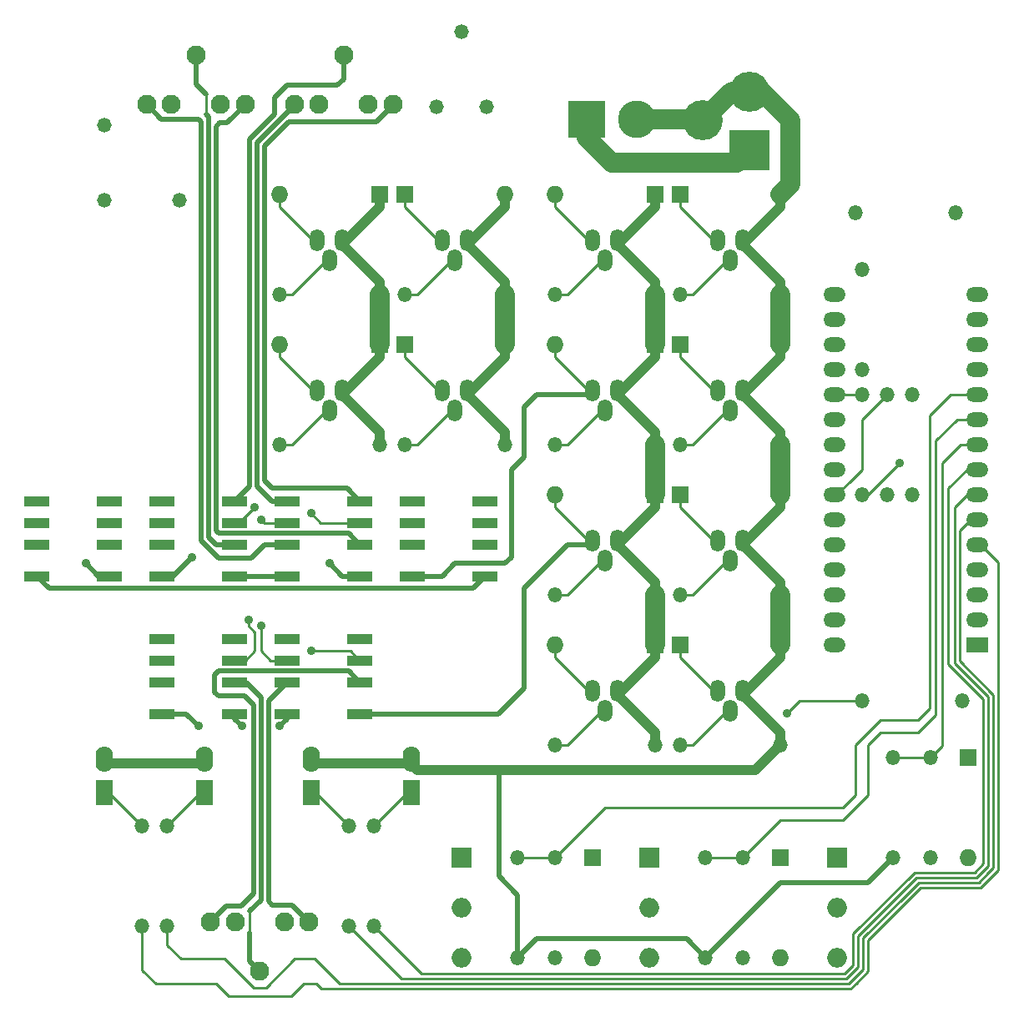
<source format=gtl>
G04 (created by PCBNEW (2013-07-07 BZR 4022)-stable) date Mon 16 Nov 2020 10:05:41 PM CST*
%MOIN*%
G04 Gerber Fmt 3.4, Leading zero omitted, Abs format*
%FSLAX34Y34*%
G01*
G70*
G90*
G04 APERTURE LIST*
%ADD10C,0.00590551*%
%ADD11R,0.069X0.069*%
%ADD12O,0.069X0.069*%
%ADD13O,0.059X0.0885*%
%ADD14C,0.0767717*%
%ADD15O,0.059X0.059*%
%ADD16R,0.069X0.1035*%
%ADD17O,0.069X0.1035*%
%ADD18R,0.0885X0.059*%
%ADD19O,0.0885X0.059*%
%ADD20R,0.0787402X0.0787402*%
%ADD21O,0.0787402X0.0787402*%
%ADD22R,0.16X0.16*%
%ADD23C,0.16*%
%ADD24R,0.15X0.15*%
%ADD25C,0.15*%
%ADD26R,0.0984252X0.0393701*%
%ADD27O,0.058X0.058*%
%ADD28C,0.035*%
%ADD29C,0.01*%
%ADD30C,0.08*%
%ADD31C,0.04*%
%ADD32C,0.02*%
G04 APERTURE END LIST*
G54D10*
G54D11*
X58000Y-92500D03*
G54D12*
X58000Y-96500D03*
G54D13*
X45500Y-67852D03*
X45000Y-68647D03*
X44500Y-67852D03*
X56500Y-85852D03*
X56000Y-86647D03*
X55500Y-85852D03*
X56500Y-73852D03*
X56000Y-74647D03*
X55500Y-73852D03*
X56500Y-79852D03*
X56000Y-80647D03*
X55500Y-79852D03*
X56500Y-67852D03*
X56000Y-68647D03*
X55500Y-67852D03*
X45500Y-73852D03*
X45000Y-74647D03*
X44500Y-73852D03*
G54D14*
X37204Y-97047D03*
X36220Y-95078D03*
X38188Y-95078D03*
X35236Y-95078D03*
X39173Y-95078D03*
G54D15*
X54000Y-76000D03*
X58000Y-76000D03*
X42000Y-70000D03*
X38000Y-70000D03*
X53000Y-76000D03*
X49000Y-76000D03*
X53000Y-82000D03*
X49000Y-82000D03*
X43000Y-70000D03*
X47000Y-70000D03*
X43000Y-76000D03*
X47000Y-76000D03*
X54000Y-82000D03*
X58000Y-82000D03*
X53000Y-88000D03*
X49000Y-88000D03*
X54000Y-88000D03*
X58000Y-88000D03*
X53000Y-70000D03*
X49000Y-70000D03*
X54000Y-70000D03*
X58000Y-70000D03*
X42000Y-76000D03*
X38000Y-76000D03*
X49000Y-96500D03*
X49000Y-92500D03*
X56500Y-96500D03*
X56500Y-92500D03*
X64000Y-92500D03*
X64000Y-88500D03*
X40750Y-95250D03*
X40750Y-91250D03*
X41750Y-95250D03*
X41750Y-91250D03*
X33500Y-95250D03*
X33500Y-91250D03*
X32500Y-95250D03*
X32500Y-91250D03*
G54D16*
X35000Y-89922D03*
G54D17*
X35000Y-88577D03*
G54D16*
X39250Y-89922D03*
G54D17*
X39250Y-88577D03*
G54D16*
X43250Y-89922D03*
G54D17*
X43250Y-88577D03*
G54D16*
X31000Y-89922D03*
G54D17*
X31000Y-88577D03*
G54D11*
X65500Y-88500D03*
G54D12*
X65500Y-92500D03*
G54D11*
X50500Y-92500D03*
G54D12*
X50500Y-96500D03*
G54D11*
X42000Y-72000D03*
G54D12*
X38000Y-72000D03*
G54D11*
X43000Y-72000D03*
G54D12*
X47000Y-72000D03*
G54D11*
X54000Y-66000D03*
G54D12*
X58000Y-66000D03*
G54D11*
X53000Y-66000D03*
G54D12*
X49000Y-66000D03*
G54D11*
X43000Y-66000D03*
G54D12*
X47000Y-66000D03*
G54D11*
X42000Y-66000D03*
G54D12*
X38000Y-66000D03*
G54D11*
X53000Y-84000D03*
G54D12*
X49000Y-84000D03*
G54D11*
X54000Y-84000D03*
G54D12*
X58000Y-84000D03*
G54D11*
X54000Y-72000D03*
G54D12*
X58000Y-72000D03*
G54D11*
X53000Y-72000D03*
G54D12*
X49000Y-72000D03*
G54D11*
X53000Y-78000D03*
G54D12*
X49000Y-78000D03*
G54D11*
X54000Y-78000D03*
G54D12*
X58000Y-78000D03*
G54D18*
X65852Y-84000D03*
G54D19*
X65852Y-83000D03*
X65852Y-82000D03*
X65852Y-81000D03*
X60147Y-79000D03*
X60147Y-80000D03*
X60147Y-81000D03*
X65852Y-80000D03*
X65852Y-79000D03*
X65852Y-78000D03*
X60147Y-78000D03*
X60147Y-77000D03*
X60147Y-76000D03*
X65852Y-77000D03*
X65852Y-76000D03*
X65852Y-75000D03*
X65852Y-74000D03*
X65852Y-73000D03*
X65852Y-72000D03*
X65852Y-71000D03*
X60147Y-75000D03*
X60147Y-74000D03*
X60147Y-73000D03*
X60147Y-72000D03*
X60147Y-71000D03*
X60147Y-70000D03*
X65852Y-70000D03*
X60147Y-82000D03*
X60147Y-83000D03*
X60147Y-84000D03*
G54D20*
X60250Y-92500D03*
G54D21*
X60250Y-94500D03*
X60250Y-96500D03*
G54D20*
X52750Y-92500D03*
G54D21*
X52750Y-94500D03*
X52750Y-96500D03*
G54D20*
X45250Y-92500D03*
G54D21*
X45250Y-94500D03*
X45250Y-96500D03*
G54D22*
X56750Y-64250D03*
G54D23*
X56750Y-61900D03*
X54900Y-63050D03*
G54D24*
X50250Y-63000D03*
G54D25*
X52250Y-63000D03*
G54D15*
X47500Y-92500D03*
X47500Y-96500D03*
X55000Y-92500D03*
X55000Y-96500D03*
X62500Y-88500D03*
X62500Y-92500D03*
G54D26*
X33293Y-85500D03*
X33293Y-84633D03*
X33293Y-83767D03*
X33293Y-86759D03*
X36206Y-85500D03*
X36206Y-84633D03*
X36206Y-83767D03*
X36206Y-86759D03*
X38293Y-85500D03*
X38293Y-84633D03*
X38293Y-83767D03*
X38293Y-86759D03*
X41206Y-85500D03*
X41206Y-84633D03*
X41206Y-83767D03*
X41206Y-86759D03*
X43293Y-80000D03*
X43293Y-79133D03*
X43293Y-78267D03*
X43293Y-81259D03*
X46206Y-80000D03*
X46206Y-79133D03*
X46206Y-78267D03*
X46206Y-81259D03*
X38293Y-80000D03*
X38293Y-79133D03*
X38293Y-78267D03*
X38293Y-81259D03*
X41206Y-80000D03*
X41206Y-79133D03*
X41206Y-78267D03*
X41206Y-81259D03*
X33293Y-80000D03*
X33293Y-79133D03*
X33293Y-78267D03*
X33293Y-81259D03*
X36206Y-80000D03*
X36206Y-79133D03*
X36206Y-78267D03*
X36206Y-81259D03*
X28293Y-80000D03*
X28293Y-79133D03*
X28293Y-78267D03*
X28293Y-81259D03*
X31206Y-80000D03*
X31206Y-79133D03*
X31206Y-78267D03*
X31206Y-81259D03*
G54D14*
X34645Y-60433D03*
X35629Y-62401D03*
X33661Y-62401D03*
X36614Y-62401D03*
X32677Y-62401D03*
X40551Y-60433D03*
X41535Y-62401D03*
X39566Y-62401D03*
X42519Y-62401D03*
X38582Y-62401D03*
G54D27*
X45250Y-59500D03*
X46250Y-62500D03*
X44250Y-62500D03*
X31000Y-66250D03*
X34000Y-66250D03*
X31000Y-63250D03*
G54D15*
X61250Y-69000D03*
X61250Y-73000D03*
X61000Y-66750D03*
X65000Y-66750D03*
X62250Y-74000D03*
X62250Y-78000D03*
X63250Y-78000D03*
X63250Y-74000D03*
X61250Y-74000D03*
X61250Y-78000D03*
G54D13*
X40500Y-67852D03*
X40000Y-68647D03*
X39500Y-67852D03*
X51500Y-67852D03*
X51000Y-68647D03*
X50500Y-67852D03*
X40500Y-73852D03*
X40000Y-74647D03*
X39500Y-73852D03*
X51500Y-73852D03*
X51000Y-74647D03*
X50500Y-73852D03*
X51500Y-79852D03*
X51000Y-80647D03*
X50500Y-79852D03*
X51500Y-85852D03*
X51000Y-86647D03*
X50500Y-85852D03*
G54D15*
X61250Y-86250D03*
X65250Y-86250D03*
G54D28*
X38000Y-87250D03*
X36500Y-87250D03*
X30250Y-80750D03*
X40000Y-80750D03*
X34750Y-87250D03*
X34500Y-80500D03*
X58250Y-86750D03*
X62750Y-76750D03*
X39250Y-84250D03*
X39250Y-78750D03*
X37000Y-78500D03*
X36750Y-83000D03*
X37250Y-83250D03*
X37250Y-79000D03*
G54D29*
X66700Y-92600D02*
X66700Y-80700D01*
X66700Y-92998D02*
X66700Y-92600D01*
X65400Y-93700D02*
X65998Y-93700D01*
X63598Y-93700D02*
X65400Y-93700D01*
X61500Y-96750D02*
X61500Y-95798D01*
X61500Y-97048D02*
X61500Y-96750D01*
X45350Y-97750D02*
X60798Y-97750D01*
X39450Y-97550D02*
X39650Y-97750D01*
X39650Y-97750D02*
X45350Y-97750D01*
X35950Y-98050D02*
X38200Y-98050D01*
X38200Y-98050D02*
X38450Y-98050D01*
X38450Y-98050D02*
X38950Y-97550D01*
X32500Y-95250D02*
X32500Y-97000D01*
X35450Y-97550D02*
X35850Y-97950D01*
X33050Y-97550D02*
X35450Y-97550D01*
X32500Y-97000D02*
X33050Y-97550D01*
X35850Y-97950D02*
X35950Y-98050D01*
X38950Y-97550D02*
X39450Y-97550D01*
X60798Y-97750D02*
X61024Y-97524D01*
X61024Y-97524D02*
X61500Y-97048D01*
X61500Y-95798D02*
X62799Y-94499D01*
X62799Y-94499D02*
X63598Y-93700D01*
X65998Y-93700D02*
X66249Y-93449D01*
X66249Y-93449D02*
X66700Y-92998D01*
X66700Y-80700D02*
X66000Y-80000D01*
X66500Y-92500D02*
X66500Y-86000D01*
X66500Y-92915D02*
X66500Y-92500D01*
X65550Y-93500D02*
X65915Y-93500D01*
X63515Y-93500D02*
X65550Y-93500D01*
X61300Y-96600D02*
X61300Y-95715D01*
X61300Y-96965D02*
X61300Y-96600D01*
X45450Y-97550D02*
X60715Y-97550D01*
X39400Y-96550D02*
X40400Y-97550D01*
X40400Y-97550D02*
X45450Y-97550D01*
X33500Y-95250D02*
X33500Y-96000D01*
X38600Y-96550D02*
X39150Y-96550D01*
X37450Y-97700D02*
X38600Y-96550D01*
X36950Y-97700D02*
X37450Y-97700D01*
X35800Y-96550D02*
X36950Y-97700D01*
X34050Y-96550D02*
X35800Y-96550D01*
X33500Y-96000D02*
X34050Y-96550D01*
X39150Y-96550D02*
X39400Y-96550D01*
X60715Y-97550D02*
X60957Y-97307D01*
X60957Y-97307D02*
X61300Y-96965D01*
X61300Y-95715D02*
X62982Y-94032D01*
X62982Y-94032D02*
X63515Y-93500D01*
X65915Y-93500D02*
X66307Y-93107D01*
X66307Y-93107D02*
X66500Y-92915D01*
X65600Y-79000D02*
X66000Y-79000D01*
X65150Y-79450D02*
X65600Y-79000D01*
X65150Y-84650D02*
X65150Y-79450D01*
X66500Y-86000D02*
X65150Y-84650D01*
X64949Y-79850D02*
X64949Y-78500D01*
X65133Y-84916D02*
X64949Y-84732D01*
X66300Y-86250D02*
X66300Y-86082D01*
X66300Y-86082D02*
X65158Y-84941D01*
X65158Y-84941D02*
X65133Y-84916D01*
X61100Y-96550D02*
X61100Y-95632D01*
X61100Y-96882D02*
X61100Y-96550D01*
X45450Y-97350D02*
X60632Y-97350D01*
X42850Y-97350D02*
X45450Y-97350D01*
X40750Y-95250D02*
X42850Y-97350D01*
X60632Y-97350D02*
X60966Y-97016D01*
X60966Y-97016D02*
X61100Y-96882D01*
X66300Y-92832D02*
X66300Y-92400D01*
X65832Y-93300D02*
X66300Y-92832D01*
X63432Y-93300D02*
X65832Y-93300D01*
X61100Y-95632D02*
X63432Y-93300D01*
X66300Y-92400D02*
X66300Y-86250D01*
X64949Y-84732D02*
X64949Y-84350D01*
X64949Y-79850D02*
X64949Y-84350D01*
X65450Y-78000D02*
X66000Y-78000D01*
X64949Y-78500D02*
X65450Y-78000D01*
X64700Y-80850D02*
X64700Y-77750D01*
X64700Y-84765D02*
X64700Y-80850D01*
X66100Y-92400D02*
X66100Y-86300D01*
X60900Y-95550D02*
X63350Y-93100D01*
X63350Y-93100D02*
X65750Y-93100D01*
X65750Y-93100D02*
X66100Y-92750D01*
X66100Y-92750D02*
X66100Y-92400D01*
X45450Y-97150D02*
X60550Y-97150D01*
X43650Y-97150D02*
X45450Y-97150D01*
X41750Y-95250D02*
X43650Y-97150D01*
X60900Y-96800D02*
X60900Y-96450D01*
X60550Y-97150D02*
X60900Y-96800D01*
X60900Y-96450D02*
X60900Y-95550D01*
X66100Y-86165D02*
X65067Y-85132D01*
X66100Y-86300D02*
X66100Y-86165D01*
X65067Y-85132D02*
X64700Y-84765D01*
X65450Y-77000D02*
X66000Y-77000D01*
X64700Y-77750D02*
X65450Y-77000D01*
G54D30*
X42000Y-72000D02*
X42000Y-70000D01*
X53000Y-72000D02*
X53000Y-70000D01*
X53000Y-78000D02*
X53000Y-76000D01*
X53000Y-82000D02*
X53000Y-84000D01*
G54D31*
X40500Y-74000D02*
X42000Y-72500D01*
X42000Y-72500D02*
X42000Y-72000D01*
X40500Y-68000D02*
X42000Y-66500D01*
X42000Y-66500D02*
X42000Y-66000D01*
X51500Y-68000D02*
X53000Y-66500D01*
X53000Y-66500D02*
X53000Y-66000D01*
X53000Y-72000D02*
X53000Y-72500D01*
X53000Y-72500D02*
X51500Y-74000D01*
X51500Y-80000D02*
X53000Y-78500D01*
X53000Y-78500D02*
X53000Y-78000D01*
X51500Y-86000D02*
X53000Y-84500D01*
X53000Y-84500D02*
X53000Y-84000D01*
X42000Y-76000D02*
X42000Y-75500D01*
X42000Y-75500D02*
X40500Y-74000D01*
X42000Y-70000D02*
X42000Y-69500D01*
X42000Y-69500D02*
X40500Y-68000D01*
X53000Y-70000D02*
X53000Y-69500D01*
X53000Y-69500D02*
X51500Y-68000D01*
X53000Y-76000D02*
X53000Y-75500D01*
X53000Y-75500D02*
X51500Y-74000D01*
X53000Y-82000D02*
X53000Y-81500D01*
X53000Y-81500D02*
X51500Y-80000D01*
X53000Y-88000D02*
X53000Y-87500D01*
X53000Y-87500D02*
X51500Y-86000D01*
X50250Y-63000D02*
X50250Y-63750D01*
X56250Y-64750D02*
X56750Y-64250D01*
G54D30*
X51250Y-64750D02*
X56250Y-64750D01*
X50250Y-63750D02*
X51250Y-64750D01*
G54D32*
X55000Y-96500D02*
X58000Y-93500D01*
X61500Y-93500D02*
X62500Y-92500D01*
X58000Y-93500D02*
X61500Y-93500D01*
X47500Y-96500D02*
X48250Y-95750D01*
X54250Y-95750D02*
X55000Y-96500D01*
X53750Y-95750D02*
X54250Y-95750D01*
X48250Y-95750D02*
X53750Y-95750D01*
X47500Y-96500D02*
X47500Y-94000D01*
X46750Y-93250D02*
X46750Y-89000D01*
X47500Y-94000D02*
X46750Y-93250D01*
G54D31*
X58000Y-88000D02*
X57000Y-89000D01*
X57000Y-89000D02*
X46750Y-89000D01*
X46750Y-89000D02*
X43500Y-89000D01*
X43500Y-89000D02*
X43250Y-88750D01*
G54D30*
X56750Y-61900D02*
X57250Y-61900D01*
X58400Y-65600D02*
X58000Y-66000D01*
X58400Y-63050D02*
X58400Y-65600D01*
X57250Y-61900D02*
X58400Y-63050D01*
G54D31*
X43250Y-88750D02*
X39250Y-88750D01*
X31000Y-88750D02*
X35000Y-88750D01*
G54D30*
X47000Y-72000D02*
X47000Y-70000D01*
X58000Y-72000D02*
X58000Y-70000D01*
X58000Y-78000D02*
X58000Y-76000D01*
X58000Y-82000D02*
X58000Y-84000D01*
G54D31*
X45500Y-74000D02*
X47000Y-72500D01*
X47000Y-72500D02*
X47000Y-72000D01*
X45500Y-68000D02*
X47000Y-66500D01*
X47000Y-66500D02*
X47000Y-66000D01*
X56500Y-68000D02*
X58000Y-66500D01*
X58000Y-66500D02*
X58000Y-66000D01*
X56500Y-74000D02*
X58000Y-72500D01*
X58000Y-72500D02*
X58000Y-72000D01*
X56500Y-80000D02*
X58000Y-78500D01*
X58000Y-78500D02*
X58000Y-78000D01*
X56500Y-86000D02*
X58000Y-84500D01*
X58000Y-84500D02*
X58000Y-84000D01*
X47000Y-76000D02*
X47000Y-75500D01*
X47000Y-75500D02*
X45500Y-74000D01*
X47000Y-70000D02*
X47000Y-69500D01*
X47000Y-69500D02*
X45500Y-68000D01*
X58000Y-70000D02*
X58000Y-69500D01*
X58000Y-69500D02*
X56500Y-68000D01*
X58000Y-76000D02*
X58000Y-75500D01*
X58000Y-75500D02*
X56500Y-74000D01*
X58000Y-82000D02*
X58000Y-81500D01*
X58000Y-81500D02*
X56500Y-80000D01*
X58000Y-88000D02*
X58000Y-87500D01*
X58000Y-87500D02*
X56500Y-86000D01*
G54D30*
X54900Y-63050D02*
X56050Y-61900D01*
G54D31*
X56050Y-61900D02*
X56750Y-61900D01*
G54D30*
X52250Y-63000D02*
X54850Y-63000D01*
X54850Y-63000D02*
X54900Y-63050D01*
G54D32*
X36206Y-86759D02*
X36206Y-86956D01*
X38293Y-86956D02*
X38293Y-86759D01*
X38000Y-87250D02*
X38293Y-86956D01*
X36206Y-86956D02*
X36500Y-87250D01*
X28293Y-81259D02*
X28783Y-81750D01*
X45716Y-81750D02*
X46206Y-81259D01*
X28783Y-81750D02*
X45716Y-81750D01*
G54D29*
X40750Y-91250D02*
X39250Y-89750D01*
X33500Y-91250D02*
X35000Y-89750D01*
X32500Y-91250D02*
X31000Y-89750D01*
X41750Y-91250D02*
X43250Y-89750D01*
G54D32*
X42519Y-62401D02*
X42519Y-62430D01*
X40688Y-77750D02*
X41206Y-78267D01*
X37700Y-77750D02*
X40688Y-77750D01*
X37400Y-77450D02*
X37700Y-77750D01*
X37400Y-64062D02*
X37400Y-77450D01*
X38362Y-63100D02*
X37400Y-64062D01*
X41850Y-63100D02*
X38362Y-63100D01*
X42519Y-62430D02*
X41850Y-63100D01*
X36206Y-78267D02*
X36800Y-77674D01*
X40551Y-61398D02*
X40551Y-60433D01*
X40300Y-61650D02*
X40551Y-61398D01*
X38300Y-61650D02*
X40300Y-61650D01*
X37800Y-62150D02*
X38300Y-61650D01*
X37800Y-62813D02*
X37800Y-62150D01*
X36800Y-63813D02*
X37800Y-62813D01*
X36800Y-77674D02*
X36800Y-63813D01*
G54D29*
X64000Y-88500D02*
X62500Y-88500D01*
X64450Y-84350D02*
X64450Y-76750D01*
X64450Y-88050D02*
X64450Y-84350D01*
X64000Y-88500D02*
X64450Y-88050D01*
X65200Y-76000D02*
X66000Y-76000D01*
X64450Y-76750D02*
X65200Y-76000D01*
G54D32*
X36206Y-81259D02*
X38293Y-81259D01*
G54D29*
X55000Y-92500D02*
X56500Y-92500D01*
X64200Y-85400D02*
X64200Y-75850D01*
X64200Y-86800D02*
X64200Y-85400D01*
X56500Y-92500D02*
X58000Y-91000D01*
X63500Y-87500D02*
X64000Y-87000D01*
X62000Y-87500D02*
X63500Y-87500D01*
X61500Y-88000D02*
X62000Y-87500D01*
X61500Y-90000D02*
X61500Y-88000D01*
X60500Y-91000D02*
X61500Y-90000D01*
X58000Y-91000D02*
X60500Y-91000D01*
X64000Y-87000D02*
X64200Y-86800D01*
X65050Y-75000D02*
X66000Y-75000D01*
X64200Y-75850D02*
X65050Y-75000D01*
X47500Y-92500D02*
X49000Y-92500D01*
X63950Y-85900D02*
X63950Y-74850D01*
X63950Y-86550D02*
X63950Y-85900D01*
X61000Y-88000D02*
X62000Y-87000D01*
X51000Y-90500D02*
X60500Y-90500D01*
X60500Y-90500D02*
X61000Y-90000D01*
X61000Y-90000D02*
X61000Y-89000D01*
X61000Y-89000D02*
X61000Y-88000D01*
X49000Y-92500D02*
X51000Y-90500D01*
X62000Y-87000D02*
X63500Y-87000D01*
X63500Y-87000D02*
X63950Y-86550D01*
X64800Y-74000D02*
X66000Y-74000D01*
X63950Y-74850D02*
X64800Y-74000D01*
G54D32*
X35450Y-79100D02*
X35450Y-79450D01*
X36614Y-62435D02*
X35900Y-63150D01*
X35900Y-63150D02*
X35600Y-63150D01*
X35600Y-63150D02*
X35450Y-63299D01*
X35450Y-63299D02*
X35450Y-79100D01*
X36614Y-62401D02*
X36614Y-62435D01*
X40756Y-79550D02*
X41206Y-80000D01*
X35550Y-79550D02*
X40756Y-79550D01*
X35450Y-79450D02*
X35550Y-79550D01*
X38293Y-80000D02*
X37400Y-80000D01*
X33275Y-63000D02*
X32677Y-62401D01*
X34750Y-63000D02*
X33275Y-63000D01*
X34849Y-63099D02*
X34750Y-63000D01*
X34849Y-79849D02*
X34849Y-63099D01*
X35550Y-80550D02*
X34849Y-79849D01*
X36850Y-80550D02*
X35550Y-80550D01*
X37400Y-80000D02*
X36850Y-80550D01*
X38582Y-62401D02*
X38582Y-62455D01*
X37693Y-78267D02*
X38293Y-78267D01*
X37100Y-77674D02*
X37693Y-78267D01*
X37100Y-63937D02*
X37100Y-77674D01*
X38582Y-62455D02*
X37100Y-63937D01*
X38293Y-85500D02*
X37550Y-86243D01*
X37700Y-94400D02*
X38494Y-94400D01*
X37550Y-94250D02*
X37700Y-94400D01*
X37550Y-94249D02*
X37550Y-94250D01*
X37550Y-86243D02*
X37550Y-94249D01*
X38494Y-94400D02*
X39173Y-95078D01*
G54D29*
X38494Y-94400D02*
X37650Y-94400D01*
X39173Y-95078D02*
X38494Y-94400D01*
X37900Y-85500D02*
X38293Y-85500D01*
G54D32*
X36206Y-80000D02*
X35450Y-80000D01*
X34645Y-61595D02*
X34645Y-60433D01*
X35050Y-62000D02*
X34645Y-61595D01*
G54D29*
X35050Y-62800D02*
X35050Y-62000D01*
G54D32*
X35150Y-62900D02*
X35050Y-62800D01*
X35150Y-79700D02*
X35150Y-62900D01*
X35450Y-80000D02*
X35150Y-79700D01*
G54D29*
X61250Y-74000D02*
X60000Y-74000D01*
G54D32*
X41206Y-86759D02*
X46740Y-86759D01*
X49500Y-80000D02*
X50500Y-80000D01*
X47750Y-81750D02*
X49500Y-80000D01*
X47750Y-85750D02*
X47750Y-81750D01*
X46740Y-86759D02*
X47750Y-85750D01*
G54D29*
X49000Y-78000D02*
X49000Y-78500D01*
X49000Y-78500D02*
X50500Y-80000D01*
X54000Y-78000D02*
X54000Y-78500D01*
X54000Y-78500D02*
X55500Y-80000D01*
G54D32*
X31206Y-81259D02*
X30759Y-81259D01*
X30759Y-81259D02*
X30250Y-80750D01*
G54D29*
X38000Y-66500D02*
X39500Y-68000D01*
X43000Y-66500D02*
X44500Y-68000D01*
X38000Y-66000D02*
X38000Y-66500D01*
X43000Y-66000D02*
X43000Y-66500D01*
G54D32*
X43293Y-81259D02*
X44490Y-81259D01*
X48250Y-74000D02*
X50500Y-74000D01*
X47750Y-74500D02*
X48250Y-74000D01*
X47750Y-76500D02*
X47750Y-74500D01*
X47250Y-77000D02*
X47750Y-76500D01*
X47250Y-80500D02*
X47250Y-77000D01*
X47000Y-80750D02*
X47250Y-80500D01*
X45000Y-80750D02*
X47000Y-80750D01*
X44490Y-81259D02*
X45000Y-80750D01*
G54D29*
X54000Y-72500D02*
X55500Y-74000D01*
X49000Y-72500D02*
X50500Y-74000D01*
X54000Y-72000D02*
X54000Y-72500D01*
X49000Y-72000D02*
X49000Y-72500D01*
X43000Y-72000D02*
X43000Y-72500D01*
X38000Y-72000D02*
X38000Y-72500D01*
G54D32*
X40509Y-81259D02*
X41206Y-81259D01*
X40000Y-80750D02*
X40509Y-81259D01*
G54D29*
X43000Y-72500D02*
X44500Y-74000D01*
X38000Y-72500D02*
X39500Y-74000D01*
G54D32*
X33293Y-86759D02*
X34259Y-86759D01*
X34259Y-86759D02*
X34750Y-87250D01*
G54D29*
X54000Y-84000D02*
X54000Y-84500D01*
X54000Y-84500D02*
X55500Y-86000D01*
X49000Y-84000D02*
X49000Y-84500D01*
X49000Y-84500D02*
X50500Y-86000D01*
X49000Y-66000D02*
X49000Y-66500D01*
X54000Y-66000D02*
X54000Y-66500D01*
X54000Y-66500D02*
X55500Y-68000D01*
G54D32*
X33740Y-81259D02*
X33293Y-81259D01*
X34500Y-80500D02*
X33740Y-81259D01*
G54D29*
X49000Y-66500D02*
X50500Y-68000D01*
G54D32*
X36450Y-94450D02*
X36949Y-93950D01*
X36450Y-94450D02*
X35864Y-94450D01*
X35236Y-95078D02*
X35864Y-94450D01*
X36949Y-86399D02*
X36600Y-86050D01*
X36949Y-93950D02*
X36949Y-86399D01*
X35550Y-85050D02*
X35400Y-85200D01*
X35400Y-85200D02*
X35400Y-85900D01*
X35400Y-85900D02*
X35550Y-86050D01*
X35550Y-86050D02*
X36600Y-86050D01*
X41206Y-85500D02*
X40756Y-85050D01*
X35550Y-85050D02*
X40756Y-85050D01*
X36600Y-86050D02*
X36900Y-86350D01*
G54D29*
X35914Y-94400D02*
X35236Y-95078D01*
G54D32*
X37250Y-94200D02*
X36800Y-94650D01*
X36650Y-85500D02*
X37250Y-86100D01*
X37250Y-86100D02*
X37250Y-94200D01*
G54D29*
X36800Y-94650D02*
X36800Y-95500D01*
G54D32*
X36800Y-95500D02*
X36800Y-96642D01*
X37204Y-97047D02*
X36800Y-96642D01*
X36650Y-85500D02*
X36206Y-85500D01*
G54D29*
X62250Y-74000D02*
X61250Y-75000D01*
X60250Y-77750D02*
X60000Y-78000D01*
X60500Y-77750D02*
X60250Y-77750D01*
X60750Y-77500D02*
X60500Y-77750D01*
X61250Y-77000D02*
X60750Y-77500D01*
X61250Y-75000D02*
X61250Y-77000D01*
X54500Y-70000D02*
X56000Y-68500D01*
X54000Y-70000D02*
X54500Y-70000D01*
X43500Y-76000D02*
X45000Y-74500D01*
X43000Y-76000D02*
X43500Y-76000D01*
X54000Y-88000D02*
X54500Y-88000D01*
X54500Y-88000D02*
X56000Y-86500D01*
X54000Y-82000D02*
X54500Y-82000D01*
X54500Y-82000D02*
X56000Y-80500D01*
X54000Y-76000D02*
X54500Y-76000D01*
X54500Y-76000D02*
X56000Y-74500D01*
X43000Y-70000D02*
X43500Y-70000D01*
X43500Y-70000D02*
X45000Y-68500D01*
X38500Y-76000D02*
X40000Y-74500D01*
X38000Y-76000D02*
X38500Y-76000D01*
X49500Y-70000D02*
X51000Y-68500D01*
X49000Y-70000D02*
X49500Y-70000D01*
X49000Y-82000D02*
X49500Y-82000D01*
X49500Y-82000D02*
X51000Y-80500D01*
X58750Y-86250D02*
X61250Y-86250D01*
X58250Y-86750D02*
X58750Y-86250D01*
X49000Y-88000D02*
X49500Y-88000D01*
X49500Y-88000D02*
X51000Y-86500D01*
X38000Y-70000D02*
X38500Y-70000D01*
X38500Y-70000D02*
X40000Y-68500D01*
X61500Y-78000D02*
X61250Y-78000D01*
X61750Y-77750D02*
X61500Y-78000D01*
X62750Y-76750D02*
X61750Y-77750D01*
X49000Y-76000D02*
X49500Y-76000D01*
X49500Y-76000D02*
X51000Y-74500D01*
X41206Y-79133D02*
X39633Y-79133D01*
X40822Y-84250D02*
X41206Y-84633D01*
X39250Y-84250D02*
X40822Y-84250D01*
X39633Y-79133D02*
X39250Y-78750D01*
X36206Y-84633D02*
X36616Y-84633D01*
X36366Y-79133D02*
X36206Y-79133D01*
X37000Y-78500D02*
X36366Y-79133D01*
X36750Y-83250D02*
X36750Y-83000D01*
X37000Y-83500D02*
X36750Y-83250D01*
X37000Y-84250D02*
X37000Y-83500D01*
X36616Y-84633D02*
X37000Y-84250D01*
X38293Y-79133D02*
X37383Y-79133D01*
X37633Y-84633D02*
X38293Y-84633D01*
X37250Y-84250D02*
X37633Y-84633D01*
X37250Y-83250D02*
X37250Y-84250D01*
X37383Y-79133D02*
X37250Y-79000D01*
M02*

</source>
